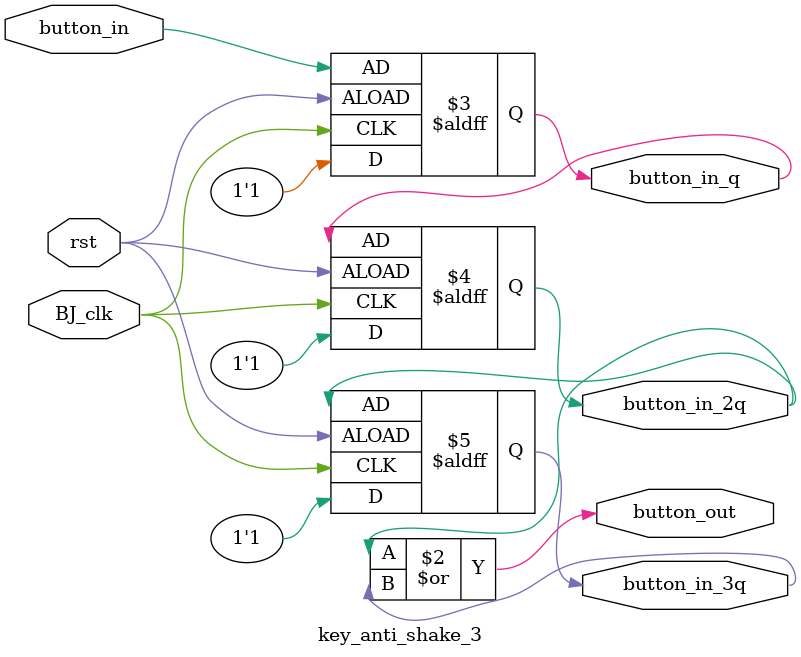
<source format=v>
`timescale 1ns / 1ps
module key_anti_shake_3(
	input BJ_clk,
	input rst,
	input button_in,
	output button_out,
	output reg button_in_q,
	output reg button_in_2q,
	output reg button_in_3q
    );
	 //reg button_in_q;
	 //reg button_in_2q;
	 //reg button_in_3q;
	 always @(posedge BJ_clk or negedge rst)
	 begin
	 if(rst)
	 begin
	 button_in_q <= 1'b1;
	 button_in_2q <= 1'b1;
	 button_in_3q <= 1'b1;
	 end
	 
	 else 
	 begin
	 button_in_q <= button_in;
	 button_in_2q <= button_in_q;
	 button_in_3q <= button_in_2q;
	 end
	 
	 end

	 assign button_out = button_in_2q|button_in_3q;
 
endmodule

</source>
